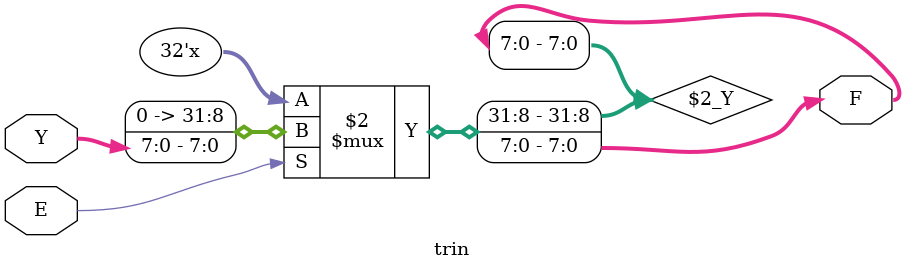
<source format=v>
module trin (Y, E, F);
	parameter n = 8;
	input [n-1:0] Y;
	input E;
	output wire [n-1:0] F;

	assign F = E ? Y : 'bz;

endmodule


</source>
